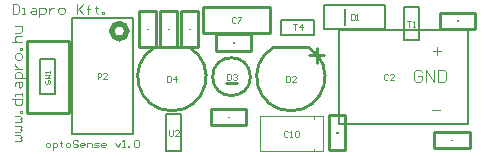
<source format=gto>
%FSTAX24Y24*%
%MOIN*%
G70*
G01*
G75*
G04 Layer_Color=65535*
%ADD10R,0.0807X0.0886*%
%ADD11R,0.0492X0.0630*%
%ADD12R,0.0315X0.0374*%
%ADD13R,0.0374X0.0315*%
%ADD14R,0.0472X0.0256*%
%ADD15R,0.0256X0.0472*%
%ADD16R,0.0630X0.0630*%
%ADD17O,0.0472X0.0217*%
%ADD18R,0.0472X0.0217*%
%ADD19C,0.0100*%
%ADD20R,0.0591X0.0591*%
%ADD21C,0.0591*%
%ADD22C,0.0472*%
%ADD23C,0.0551*%
%ADD24C,0.1575*%
%ADD25C,0.0709*%
%ADD26C,0.0320*%
%ADD27O,0.0236X0.1204*%
%ADD28O,0.0236X0.1200*%
%ADD29R,0.0236X0.1200*%
%ADD30C,0.0197*%
%ADD31C,0.0080*%
%ADD32C,0.0039*%
%ADD33C,0.0079*%
%ADD34C,0.0004*%
D19*
X241659Y144943D02*
G03*
X242799Y144943I00057J-000987D01*
G01*
X24088Y143956D02*
G03*
X24088Y143956I-00063J0D01*
G01*
X237693Y144943D02*
G03*
X238833Y144943I00057J-000987D01*
G01*
X24285Y144676D02*
X24335D01*
X2431Y144426D02*
Y144926D01*
X241659Y144943D02*
X242799D01*
X240053Y143759D02*
X240427D01*
X237693Y144943D02*
X238833D01*
X247003Y142125D02*
X248184D01*
Y141574D02*
Y142125D01*
X247003Y141574D02*
X248184D01*
X247003D02*
Y142125D01*
X24719Y146092D02*
X248371D01*
Y145541D02*
Y146092D01*
X24719Y145541D02*
X248371D01*
X24719D02*
Y146092D01*
X239735Y14482D02*
X240917D01*
X239735D02*
Y145372D01*
X240917D01*
Y14482D02*
Y145372D01*
X243499Y141505D02*
Y142686D01*
X24405D01*
Y141505D02*
Y142686D01*
X243499Y141505D02*
X24405D01*
X239555Y142881D02*
X240737D01*
Y14233D02*
Y142881D01*
X239555Y14233D02*
X240737D01*
X239555D02*
Y142881D01*
X239316Y14628D02*
X24152D01*
Y145414D02*
Y14628D01*
X239316Y145414D02*
X24152D01*
X239316D02*
Y14628D01*
X234839Y142756D02*
Y145156D01*
X233439D02*
X234839D01*
X233439Y142756D02*
Y145156D01*
Y142756D02*
X234839D01*
X239126Y144959D02*
Y146141D01*
X238574Y144959D02*
X239126D01*
X238574D02*
Y146141D01*
X239126D01*
X237874Y144959D02*
X238426D01*
Y146141D01*
X237874D02*
X238426D01*
X237874Y144959D02*
Y146141D01*
X237726Y144959D02*
Y146141D01*
X237174Y144959D02*
X237726D01*
X237174D02*
Y146141D01*
X237726D01*
D30*
X23676Y145476D02*
G03*
X23676Y145476I-00025J0D01*
G01*
D31*
X24385Y145526D02*
X24815D01*
Y142376D02*
Y145526D01*
X24385Y142376D02*
X24815D01*
X24385D02*
Y145526D01*
X243345Y146344D02*
X245365D01*
Y145544D02*
Y146344D01*
X243345Y145544D02*
X245365D01*
X243345D02*
Y146344D01*
X23494Y142036D02*
Y145896D01*
Y142036D02*
X23696D01*
Y145896D01*
X23494D02*
X23696D01*
X233863Y143365D02*
Y143956D01*
Y143365D02*
X234375D01*
Y144546D01*
X233863D02*
X234375D01*
X233863Y143956D02*
Y144546D01*
D32*
X242999Y142556D02*
Y142647D01*
Y141466D02*
Y141556D01*
X241199Y142647D02*
X243299D01*
X241199Y141466D02*
X243299D01*
X241199D02*
Y142647D01*
X243299Y141466D02*
Y142647D01*
X234052Y143831D02*
X234019Y143798D01*
Y143733D01*
X234052Y1437D01*
X234085D01*
X234118Y143733D01*
Y143798D01*
X23415Y143831D01*
X234183D01*
X234216Y143798D01*
Y143733D01*
X234183Y1437D01*
X234019Y143897D02*
X234216D01*
X23415Y143962D01*
X234216Y144028D01*
X234019D01*
X234216Y144094D02*
Y144159D01*
Y144126D01*
X234019D01*
X234052Y144094D01*
X23816Y142184D02*
Y14202D01*
X238192Y141987D01*
X238258D01*
X238291Y14202D01*
Y142184D01*
X238488Y141987D02*
X238356D01*
X238488Y142119D01*
Y142151D01*
X238455Y142184D01*
X238389D01*
X238356Y142151D01*
X242291Y145707D02*
X242422D01*
X242356D01*
Y145511D01*
X242586D02*
Y145707D01*
X242487Y145609D01*
X242619D01*
X246107Y145824D02*
X246239D01*
X246173D01*
Y145627D01*
X246304D02*
X24637D01*
X246337D01*
Y145824D01*
X246304Y145791D01*
X238103Y143987D02*
Y14379D01*
X238201D01*
X238234Y143823D01*
Y143954D01*
X238201Y143987D01*
X238103D01*
X238398Y14379D02*
Y143987D01*
X238299Y143888D01*
X238431D01*
X24009Y144057D02*
Y14386D01*
X240188D01*
X240221Y143893D01*
Y144024D01*
X240188Y144057D01*
X24009D01*
X240287Y144024D02*
X24032Y144057D01*
X240385D01*
X240418Y144024D01*
Y143991D01*
X240385Y143958D01*
X240352D01*
X240385D01*
X240418Y143926D01*
Y143893D01*
X240385Y14386D01*
X24032D01*
X240287Y143893D01*
X242069Y143987D02*
Y14379D01*
X242168D01*
X2422Y143823D01*
Y143954D01*
X242168Y143987D01*
X242069D01*
X242397Y14379D02*
X242266D01*
X242397Y143921D01*
Y143954D01*
X242364Y143987D01*
X242299D01*
X242266Y143954D01*
X24422Y146047D02*
Y14585D01*
X244318D01*
X244351Y145883D01*
Y146014D01*
X244318Y146047D01*
X24422D01*
X244417Y14585D02*
X244482D01*
X24445D01*
Y146047D01*
X244417Y146014D01*
X242131Y142124D02*
X242098Y142157D01*
X242033D01*
X242Y142124D01*
Y141993D01*
X242033Y14196D01*
X242098D01*
X242131Y141993D01*
X242197Y14196D02*
X242262D01*
X24223D01*
Y142157D01*
X242197Y142124D01*
X242361D02*
X242394Y142157D01*
X242459D01*
X242492Y142124D01*
Y141993D01*
X242459Y14196D01*
X242394D01*
X242361Y141993D01*
Y142124D01*
X240386Y145914D02*
X240353Y145947D01*
X240288D01*
X240255Y145914D01*
Y145783D01*
X240288Y14575D01*
X240353D01*
X240386Y145783D01*
X240452Y145947D02*
X240583D01*
Y145914D01*
X240452Y145783D01*
Y14575D01*
X245461Y144014D02*
X245428Y144047D01*
X245363D01*
X24533Y144014D01*
Y143883D01*
X245363Y14385D01*
X245428D01*
X245461Y143883D01*
X245658Y14385D02*
X245527D01*
X245658Y143981D01*
Y144014D01*
X245625Y144047D01*
X24556D01*
X245527Y144014D01*
X235784Y14387D02*
Y144067D01*
X235883D01*
X235916Y144034D01*
Y143968D01*
X235883Y143935D01*
X235784D01*
X236112Y14387D02*
X235981D01*
X236112Y144001D01*
Y144034D01*
X23608Y144067D01*
X236014D01*
X235981Y144034D01*
X232956Y146365D02*
Y14605D01*
X233113D01*
X233166Y146102D01*
Y146312D01*
X233113Y146365D01*
X232956D01*
X233271Y14605D02*
X233376D01*
X233323D01*
Y14626D01*
X233271D01*
X233586D02*
X233691D01*
X233743Y146207D01*
Y14605D01*
X233586D01*
X233533Y146102D01*
X233586Y146155D01*
X233743D01*
X233848Y145945D02*
Y14626D01*
X234006D01*
X234058Y146207D01*
Y146102D01*
X234006Y14605D01*
X233848D01*
X234163Y14626D02*
Y14605D01*
Y146155D01*
X234215Y146207D01*
X234268Y14626D01*
X23432D01*
X23453Y14605D02*
X234635D01*
X234688Y146102D01*
Y146207D01*
X234635Y14626D01*
X23453D01*
X234478Y146207D01*
Y146102D01*
X23453Y14605D01*
X235108Y146365D02*
Y14605D01*
Y146155D01*
X235317Y146365D01*
X23516Y146207D01*
X235317Y14605D01*
X235475D02*
Y146312D01*
Y146207D01*
X235422D01*
X235527D01*
X235475D01*
Y146312D01*
X235527Y146365D01*
X235737Y146312D02*
Y14626D01*
X235685D01*
X23579D01*
X235737D01*
Y146102D01*
X23579Y14605D01*
X235947D02*
Y146102D01*
X236D01*
Y14605D01*
X235947D01*
X233046Y1418D02*
X233204D01*
X233256Y141852D01*
X233204Y141905D01*
X233256Y141957D01*
X233204Y14201D01*
X233046D01*
Y142115D02*
X233204D01*
X233256Y142167D01*
X233204Y14222D01*
X233256Y142272D01*
X233204Y142325D01*
X233046D01*
Y14243D02*
X233204D01*
X233256Y142482D01*
X233204Y142535D01*
X233256Y142587D01*
X233204Y14264D01*
X233046D01*
X233256Y142745D02*
X233204D01*
Y142797D01*
X233256D01*
Y142745D01*
X232941Y143217D02*
X233256D01*
Y143059D01*
X233204Y143007D01*
X233099D01*
X233046Y143059D01*
Y143217D01*
X233256Y143322D02*
Y143427D01*
Y143374D01*
X233046D01*
Y143322D01*
Y143637D02*
Y143742D01*
X233099Y143794D01*
X233256D01*
Y143637D01*
X233204Y143584D01*
X233151Y143637D01*
Y143794D01*
X233361Y143899D02*
X233046D01*
Y144056D01*
X233099Y144109D01*
X233204D01*
X233256Y144056D01*
Y143899D01*
X233046Y144214D02*
X233256D01*
X233151D01*
X233099Y144266D01*
X233046Y144319D01*
Y144371D01*
X233256Y144581D02*
Y144686D01*
X233204Y144739D01*
X233099D01*
X233046Y144686D01*
Y144581D01*
X233099Y144529D01*
X233204D01*
X233256Y144581D01*
Y144844D02*
X233204D01*
Y144896D01*
X233256D01*
Y144844D01*
X232941Y145106D02*
X233256D01*
X233099D01*
X233046Y145159D01*
Y145263D01*
X233099Y145316D01*
X233256D01*
X233046Y145421D02*
X233204D01*
X233256Y145473D01*
Y145631D01*
X233046D01*
X234095Y1416D02*
X234174D01*
X234213Y141639D01*
Y141718D01*
X234174Y141757D01*
X234095D01*
X234056Y141718D01*
Y141639D01*
X234095Y1416D01*
X234292Y141521D02*
Y141757D01*
X23441D01*
X23445Y141718D01*
Y141639D01*
X23441Y1416D01*
X234292D01*
X234568Y141797D02*
Y141757D01*
X234528D01*
X234607D01*
X234568D01*
Y141639D01*
X234607Y1416D01*
X234764D02*
X234843D01*
X234882Y141639D01*
Y141718D01*
X234843Y141757D01*
X234764D01*
X234725Y141718D01*
Y141639D01*
X234764Y1416D01*
X235119Y141797D02*
X235079Y141836D01*
X235001D01*
X234961Y141797D01*
Y141757D01*
X235001Y141718D01*
X235079D01*
X235119Y141679D01*
Y141639D01*
X235079Y1416D01*
X235001D01*
X234961Y141639D01*
X235315Y1416D02*
X235237D01*
X235197Y141639D01*
Y141718D01*
X235237Y141757D01*
X235315D01*
X235355Y141718D01*
Y141679D01*
X235197D01*
X235433Y1416D02*
Y141757D01*
X235552D01*
X235591Y141718D01*
Y1416D01*
X23567D02*
X235788D01*
X235827Y141639D01*
X235788Y141679D01*
X235709D01*
X23567Y141718D01*
X235709Y141757D01*
X235827D01*
X236024Y1416D02*
X235945D01*
X235906Y141639D01*
Y141718D01*
X235945Y141757D01*
X236024D01*
X236063Y141718D01*
Y141679D01*
X235906D01*
X236378Y141757D02*
X236457Y1416D01*
X236535Y141757D01*
X236614Y1416D02*
X236693D01*
X236654D01*
Y141836D01*
X236614Y141797D01*
X236811Y1416D02*
Y141639D01*
X23685D01*
Y1416D01*
X236811D01*
X237008Y141797D02*
X237047Y141836D01*
X237126D01*
X237165Y141797D01*
Y141639D01*
X237126Y1416D01*
X237047D01*
X237008Y141639D01*
Y141797D01*
X247116Y14496D02*
Y144693D01*
X247249Y144827D02*
X246983D01*
X246936Y14286D02*
X247203D01*
X246593Y144103D02*
X246526Y14417D01*
X246393D01*
X246326Y144103D01*
Y143837D01*
X246393Y14377D01*
X246526D01*
X246593Y143837D01*
Y14397D01*
X246459D01*
X246726Y14377D02*
Y14417D01*
X246992Y14377D01*
Y14417D01*
X247126D02*
Y14377D01*
X247326D01*
X247392Y143837D01*
Y144103D01*
X247326Y14417D01*
X247126D01*
D33*
X24404Y145668D02*
Y14622D01*
X245986Y145175D02*
Y146277D01*
X246486Y145175D02*
Y146277D01*
X245986D02*
X246486D01*
X245986Y145175D02*
X246486D01*
X241904Y14586D02*
X243007D01*
X241904Y14536D02*
X243007D01*
Y14586D01*
X241904Y14536D02*
Y14586D01*
X238072Y141476D02*
Y142696D01*
X238572Y141476D02*
Y142696D01*
X238072D02*
X238572D01*
X238072Y141476D02*
X238572D01*
D34*
X23883Y14554D02*
Y14556D01*
X23884D01*
X238843Y145556D01*
Y14555D01*
X23884Y145547D01*
X23883D01*
X238837D02*
X238843Y14554D01*
X23885D02*
X238856D01*
X238853D01*
Y14556D01*
X23885Y145556D01*
X238866D02*
X238869Y14556D01*
X238876D01*
X238879Y145556D01*
Y145553D01*
X238876Y14555D01*
X238879Y145547D01*
Y145543D01*
X238876Y14554D01*
X238869D01*
X238866Y145543D01*
Y145547D01*
X238869Y14555D01*
X238866Y145553D01*
Y145556D01*
X238869Y14555D02*
X238876D01*
X23743Y14554D02*
Y14556D01*
X23744D01*
X237443Y145556D01*
Y14555D01*
X23744Y145547D01*
X23743D01*
X237437D02*
X237443Y14554D01*
X23745D02*
X237456D01*
X237453D01*
Y14556D01*
X23745Y145556D01*
X237466Y14556D02*
X237479D01*
Y145556D01*
X237466Y145543D01*
Y14554D01*
X24012Y1426D02*
Y14262D01*
X24013D01*
X240133Y142616D01*
Y14261D01*
X24013Y142607D01*
X24012D01*
X240127D02*
X240133Y1426D01*
X24014D02*
X240146D01*
X240143D01*
Y14262D01*
X24014Y142616D01*
X240169Y14262D02*
X240163Y142616D01*
X240156Y14261D01*
Y142603D01*
X240159Y1426D01*
X240166D01*
X240169Y142603D01*
Y142607D01*
X240166Y14261D01*
X240156D01*
X24375Y14209D02*
Y14211D01*
X24376D01*
X243763Y142106D01*
Y1421D01*
X24376Y142097D01*
X24375D01*
X243757D02*
X243763Y14209D01*
X24377D02*
X243776D01*
X243773D01*
Y14211D01*
X24377Y142106D01*
X243786D02*
X243789Y14211D01*
X243796D01*
X243799Y142106D01*
Y142103D01*
X243796Y1421D01*
X243793D01*
X243796D01*
X243799Y142097D01*
Y142093D01*
X243796Y14209D01*
X243789D01*
X243786Y142093D01*
X24031Y14509D02*
Y14511D01*
X24032D01*
X240323Y145106D01*
Y1451D01*
X24032Y145097D01*
X24031D01*
X240317D02*
X240323Y14509D01*
X24033Y145106D02*
X240333Y14511D01*
X24034D01*
X240343Y145106D01*
Y145103D01*
X24034Y1451D01*
X240343Y145097D01*
Y145093D01*
X24034Y14509D01*
X240333D01*
X24033Y145093D01*
Y145097D01*
X240333Y1451D01*
X24033Y145103D01*
Y145106D01*
X240333Y1451D02*
X24034D01*
X24776Y14581D02*
Y14583D01*
X24777D01*
X247773Y145826D01*
Y14582D01*
X24777Y145817D01*
X24776D01*
X247767D02*
X247773Y14581D01*
X24779D02*
Y14583D01*
X24778Y14582D01*
X247793D01*
X24758Y14184D02*
Y14186D01*
X24759D01*
X247593Y141856D01*
Y14185D01*
X24759Y141847D01*
X24758D01*
X247587D02*
X247593Y14184D01*
X247613D02*
X2476D01*
X247613Y141853D01*
Y141856D01*
X24761Y14186D01*
X247603D01*
X2476Y141856D01*
X238143Y145556D02*
X23814Y14556D01*
X238133D01*
X23813Y145556D01*
Y145543D01*
X238133Y14554D01*
X23814D01*
X238143Y145543D01*
X23815Y14554D02*
X238156D01*
X238153D01*
Y14556D01*
X23815Y145556D01*
X238166Y14554D02*
X238173D01*
X238169D01*
Y14556D01*
X238166Y145556D01*
M02*

</source>
